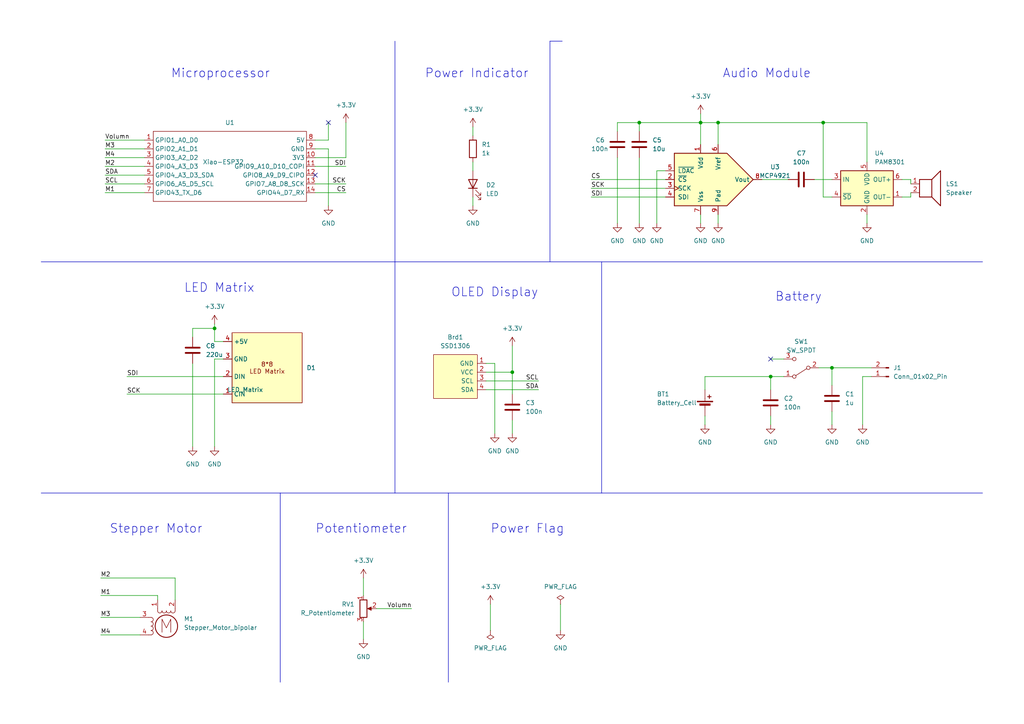
<source format=kicad_sch>
(kicad_sch (version 20230121) (generator eeschema)
  (paper "A4")
  (title_block (title "Display-device Demo") (date "2024-01-22") (rev "V2.0") (company "Wanling Yu"))
  (lib_symbols
    (symbol "Amplifier_Audio:PAM8301"
      (property "Reference" "U" (at 6.35 8.89 0))
      (property "Value" "PAM8301" (at 6.35 6.35 0))
      (symbol "PAM8301_0_1"
        (rectangle (start -7.62 5.08) (end 7.62 -5.08) (stroke (width 0.254)) (fill (type background)))
      )
      (symbol "PAM8301_1_1"
        (pin output line (at 10.16 -2.54 180) (length 2.54) (name "OUT-") (number "1"))
        (pin power_in line (at 0 -7.62 90) (length 2.54) (name "GND") (number "2"))
        (pin input line (at -10.16 2.54 0) (length 2.54) (name "IN") (number "3"))
        (pin input line (at -10.16 -2.54 0) (length 2.54) (name "~{SD}") (number "4"))
        (pin power_in line (at 0 7.62 270) (length 2.54) (name "VDD") (number "5"))
        (pin output line (at 10.16 2.54 180) (length 2.54) (name "OUT+") (number "6"))
      )
    )
    (symbol "Analog_DAC:MCP4921" (pin_names (offset 1.016))
      (property "Reference" "U3" (at 21.59 3.6479 0))
      (property "Value" "MCP4921" (at 21.59 1.1079 0))
      (symbol "MCP4921_0_0"
        (polyline (pts (xy 15.24 0) (xy 7.62 7.62) (xy -7.62 7.62) (xy -7.62 -7.62) (xy 7.62 -7.62) (xy 15.24 0)) (stroke (width 0.254)) (fill (type background)))
      )
      (symbol "MCP4921_1_1"
        (pin power_in line (at 0 10.16 270) (length 2.54) (name "Vdd") (number "1"))
        (pin input line (at -10.16 0 0) (length 2.54) (name "~{CS}") (number "2"))
        (pin input clock (at -10.16 -2.54 0) (length 2.54) (name "SCK") (number "3"))
        (pin input line (at -10.16 -5.08 0) (length 2.54) (name "SDI") (number "4"))
        (pin input line (at -10.16 2.54 0) (length 2.54) (name "~{LDAC}") (number "5"))
        (pin power_in line (at 5.08 10.16 270) (length 2.54) (name "Vref") (number "6"))
        (pin power_in line (at 0 -10.16 90) (length 2.54) (name "Vss") (number "7"))
        (pin output line (at 17.78 0 180) (length 2.54) (name "Vout") (number "8"))
        (pin power_in line (at 5.08 -10.16 90) (length 2.54) (name "Pad") (number "9"))
      )
    )
    (symbol "Connector:Conn_01x02_Pin" (pin_names (offset 1.016) hide)
      (property "Reference" "J" (at 0 2.54 0))
      (property "Value" "Conn_01x02_Pin" (at 0 -5.08 0))
      (symbol "Conn_01x02_Pin_1_1"
        (polyline (pts (xy 1.27 -2.54) (xy 0.8636 -2.54)) (stroke (width 0.1524)))
        (polyline (pts (xy 1.27 0) (xy 0.8636 0)) (stroke (width 0.1524)))
        (rectangle (start 0.8636 -2.413) (end 0 -2.667) (stroke (width 0.1524)) (fill (type outline)))
        (rectangle (start 0.8636 0.127) (end 0 -0.127) (stroke (width 0.1524)) (fill (type outline)))
        (pin passive line (at 5.08 0 180) (length 3.81) (name "Pin_1") (number "1"))
        (pin passive line (at 5.08 -2.54 180) (length 3.81) (name "Pin_2") (number "2"))
      )
    )
    (symbol "Device:Battery_Cell" (pin_numbers hide) (pin_names (offset 0) hide)
      (property "Reference" "BT" (at 2.54 2.54 0))
      (property "Value" "Battery_Cell" (at 2.54 0 0))
      (symbol "Battery_Cell_0_1"
        (rectangle (start -2.286 1.778) (end 2.286 1.524) (fill (type outline)))
        (rectangle (start -1.524 1.016) (end 1.524 0.508) (fill (type outline)))
        (polyline (pts (xy 0 0.762) (xy 0 0)))
        (polyline (pts (xy 0 1.778) (xy 0 2.54)))
        (polyline (pts (xy 0.762 3.048) (xy 1.778 3.048)) (stroke (width 0.254)))
        (polyline (pts (xy 1.27 3.556) (xy 1.27 2.54)) (stroke (width 0.254)))
      )
      (symbol "Battery_Cell_1_1"
        (pin passive line (at 0 5.08 270) (length 2.54) (name "+") (number "1"))
        (pin passive line (at 0 -2.54 90) (length 2.54) (name "-") (number "2"))
      )
    )
    (symbol "Device:C" (pin_numbers hide) (pin_names (offset 0.254))
      (property "Reference" "C" (at 0.635 2.54 0))
      (property "Value" "C" (at 0.635 -2.54 0))
      (symbol "C_0_1"
        (polyline (pts (xy -2.032 -0.762) (xy 2.032 -0.762)) (stroke (width 0.508)))
        (polyline (pts (xy -2.032 0.762) (xy 2.032 0.762)) (stroke (width 0.508)))
      )
      (symbol "C_1_1"
        (pin passive line (at 0 3.81 270) (length 2.794) (name "~") (number "1"))
        (pin passive line (at 0 -3.81 90) (length 2.794) (name "~") (number "2"))
      )
    )
    (symbol "Device:LED" (pin_numbers hide) (pin_names (offset 1.016) hide)
      (property "Reference" "D" (at 0 2.54 0))
      (property "Value" "LED" (at 0 -2.54 0))
      (symbol "LED_0_1"
        (polyline (pts (xy -1.27 -1.27) (xy -1.27 1.27)) (stroke (width 0.254)))
        (polyline (pts (xy -1.27 0) (xy 1.27 0)))
        (polyline (pts (xy 1.27 -1.27) (xy 1.27 1.27) (xy -1.27 0) (xy 1.27 -1.27)) (stroke (width 0.254)))
        (polyline (pts (xy -3.048 -0.762) (xy -4.572 -2.286) (xy -3.81 -2.286) (xy -4.572 -2.286) (xy -4.572 -1.524)))
        (polyline (pts (xy -1.778 -0.762) (xy -3.302 -2.286) (xy -2.54 -2.286) (xy -3.302 -2.286) (xy -3.302 -1.524)))
      )
      (symbol "LED_1_1"
        (pin passive line (at -3.81 0 0) (length 2.54) (name "K") (number "1"))
        (pin passive line (at 3.81 0 180) (length 2.54) (name "A") (number "2"))
      )
    )
    (symbol "Device:R" (pin_numbers hide) (pin_names (offset 0))
      (property "Reference" "R" (at 2.032 0 90))
      (property "Value" "R" (at 0 0 90))
      (symbol "R_0_1"
        (rectangle (start -1.016 -2.54) (end 1.016 2.54) (stroke (width 0.254)))
      )
      (symbol "R_1_1"
        (pin passive line (at 0 3.81 270) (length 1.27) (name "~") (number "1"))
        (pin passive line (at 0 -3.81 90) (length 1.27) (name "~") (number "2"))
      )
    )
    (symbol "Device:R_Potentiometer" (pin_names (offset 1.016) hide)
      (property "Reference" "RV" (at -4.445 0 90))
      (property "Value" "R_Potentiometer" (at -2.54 0 90))
      (symbol "R_Potentiometer_0_1"
        (polyline (pts (xy 2.54 0) (xy 1.524 0)))
        (polyline (pts (xy 1.143 0) (xy 2.286 0.508) (xy 2.286 -0.508) (xy 1.143 0)) (fill (type outline)))
        (rectangle (start 1.016 2.54) (end -1.016 -2.54) (stroke (width 0.254)))
      )
      (symbol "R_Potentiometer_1_1"
        (pin passive line (at 0 3.81 270) (length 1.27) (name "1") (number "1"))
        (pin passive line (at 3.81 0 180) (length 1.27) (name "2") (number "2"))
        (pin passive line (at 0 -3.81 90) (length 1.27) (name "3") (number "3"))
      )
    )
    (symbol "Device:Speaker" (pin_names (offset 0) hide)
      (property "Reference" "LS" (at 1.27 5.715 0))
      (property "Value" "Speaker" (at 1.27 3.81 0))
      (symbol "Speaker_0_0"
        (rectangle (start -2.54 1.27) (end 1.016 -3.81) (stroke (width 0.254)))
        (polyline (pts (xy 1.016 1.27) (xy 3.556 3.81) (xy 3.556 -6.35) (xy 1.016 -3.81)) (stroke (width 0.254)))
      )
      (symbol "Speaker_1_1"
        (pin input line (at -5.08 0 0) (length 2.54) (name "1") (number "1"))
        (pin input line (at -5.08 -2.54 0) (length 2.54) (name "2") (number "2"))
      )
    )
    (symbol "Dotstar8x8:DotStar"
      (property "Reference" "D1" (at -17.78 -6.35 0))
      (property "Value" "~" (at 0 0 0))
      (symbol "DotStar_0_1"
        (rectangle (start -16.51 3.81) (end 3.81 -16.51))
      )
      (symbol "DotStar_1_1"
        (rectangle (start -16.51 3.81) (end 3.81 -16.51) (fill (type background)))
        (text "8*8\nLED Matrix" (at -6.35 -6.35 0) (effects (font (size 1.27 1.27))))
        (pin input line (at 6.35 1.27 180) (length 2.54) (name "CIN") (number "1"))
        (pin input line (at 6.35 -3.81 180) (length 2.54) (name "DIN") (number "2"))
        (pin passive line (at 6.35 -8.89 180) (length 2.54) (name "GND") (number "3"))
        (pin power_in line (at 6.35 -13.97 180) (length 2.54) (name "+5V") (number "4"))
      )
    )
    (symbol "ESP32:XIAO_ESP32_SENSE"
      (property "Reference" "U" (at 0 0 0))
      (symbol "XIAO_ESP32_SENSE_0_1"
        (polyline (pts (xy -20.32 8.89) (xy -20.32 -11.43) (xy 24.13 -11.43) (xy 24.13 8.89) (xy -20.32 8.89)))
      )
      (symbol "XIAO_ESP32_SENSE_1_1"
        (pin bidirectional line (at -22.86 6.35 0) (length 2.54) (name "GPIO1_A0_D0") (number "1"))
        (pin bidirectional line (at 26.67 1.27 180) (length 2.54) (name "3V3") (number "10"))
        (pin bidirectional line (at 26.67 -1.27 180) (length 2.54) (name "GPIO9_A10_D10_COPI") (number "11"))
        (pin bidirectional line (at 26.67 -3.81 180) (length 2.54) (name "GPIO8_A9_D9_CIPO") (number "12"))
        (pin bidirectional line (at 26.67 -6.35 180) (length 2.54) (name "GPIO7_A8_D8_SCK") (number "13"))
        (pin bidirectional line (at 26.67 -8.89 180) (length 2.54) (name "GPIO44_D7_RX") (number "14"))
        (pin bidirectional line (at -22.86 3.81 0) (length 2.54) (name "GPIO2_A1_D1") (number "2"))
        (pin bidirectional line (at -22.86 1.27 0) (length 2.54) (name "GPIO3_A2_D2") (number "3"))
        (pin bidirectional line (at -22.86 -1.27 0) (length 2.54) (name "GPIO4_A3_D3") (number "4"))
        (pin bidirectional line (at -22.86 -3.81 0) (length 2.54) (name "GPIO4_A3_D3_SDA") (number "5"))
        (pin bidirectional line (at -22.86 -6.35 0) (length 2.54) (name "GPIO6_A5_D5_SCL") (number "6"))
        (pin bidirectional line (at -22.86 -8.89 0) (length 2.54) (name "GPIO43_TX_D6") (number "7"))
        (pin bidirectional line (at 26.67 6.35 180) (length 2.54) (name "5V") (number "8"))
        (pin bidirectional line (at 26.67 3.81 180) (length 2.54) (name "GND") (number "9"))
      )
    )
    (symbol "Motor:Stepper_Motor_bipolar" (pin_names (offset 0) hide)
      (property "Reference" "M" (at 3.81 2.54 0))
      (property "Value" "Stepper_Motor_bipolar" (at 3.81 1.27 0))
      (symbol "Stepper_Motor_bipolar_0_0"
        (polyline (pts (xy -1.27 -1.778) (xy -1.27 2.032) (xy 0 -0.508) (xy 1.27 2.032) (xy 1.27 -1.778)))
      )
      (symbol "Stepper_Motor_bipolar_0_1"
        (arc (start -4.445 -2.54) (mid -3.8127 -1.905) (end -4.445 -1.27))
        (arc (start -4.445 -1.27) (mid -3.8127 -0.635) (end -4.445 0))
        (arc (start -4.445 0) (mid -3.8127 0.635) (end -4.445 1.27))
        (arc (start -4.445 1.27) (mid -3.8127 1.905) (end -4.445 2.54))
        (arc (start -2.54 4.445) (mid -1.905 3.8127) (end -1.27 4.445))
        (arc (start -1.27 4.445) (mid -0.635 3.8127) (end 0 4.445))
        (polyline (pts (xy -5.08 -2.54) (xy -4.445 -2.54)))
        (polyline (pts (xy -5.08 2.54) (xy -4.445 2.54)))
        (polyline (pts (xy -2.54 5.08) (xy -2.54 4.445)))
        (polyline (pts (xy 2.54 5.08) (xy 2.54 4.445)))
        (circle (center 0 0) (radius 3.2512) (stroke (width 0.254)))
        (arc (start 0 4.445) (mid 0.635 3.8127) (end 1.27 4.445))
        (arc (start 1.27 4.445) (mid 1.905 3.8127) (end 2.54 4.445))
      )
      (symbol "Stepper_Motor_bipolar_1_1"
        (pin passive line (at -2.54 7.62 270) (length 2.54) (name "~") (number "1"))
        (pin passive line (at 2.54 7.62 270) (length 2.54) (name "-") (number "2"))
        (pin passive line (at -7.62 2.54 0) (length 2.54) (name "~") (number "3"))
        (pin passive line (at -7.62 -2.54 0) (length 2.54) (name "~") (number "4"))
      )
    )
    (symbol "Switch:SW_SPDT" (pin_names (offset 0) hide)
      (property "Reference" "SW" (at 0 4.318 0))
      (property "Value" "SW_SPDT" (at 0 -5.08 0))
      (symbol "SW_SPDT_0_0"
        (circle (center -2.032 0) (radius 0.508))
        (circle (center 2.032 -2.54) (radius 0.508))
      )
      (symbol "SW_SPDT_0_1"
        (polyline (pts (xy -1.524 0.254) (xy 1.651 2.286)))
        (circle (center 2.032 2.54) (radius 0.508))
      )
      (symbol "SW_SPDT_1_1"
        (pin passive line (at 5.08 2.54 180) (length 2.54) (name "A") (number "1"))
        (pin passive line (at -5.08 0 0) (length 2.54) (name "B") (number "2"))
        (pin passive line (at 5.08 -2.54 180) (length 2.54) (name "C") (number "3"))
      )
    )
    (symbol "power:+3.3V" (power) (pin_names (offset 0))
      (property "Value" "+3.3V" (at 0 3.556 0))
      (symbol "+3.3V_0_1"
        (polyline (pts (xy -0.762 1.27) (xy 0 2.54)))
        (polyline (pts (xy 0 0) (xy 0 2.54)))
        (polyline (pts (xy 0 2.54) (xy 0.762 1.27)))
      )
      (symbol "+3.3V_1_1"
        (pin power_in line (at 0 0 90) (length 0) hide (name "+3.3V") (number "1"))
      )
    )
    (symbol "power:GND" (power) (pin_names (offset 0))
      (property "Value" "GND" (at 0 -3.81 0))
      (symbol "GND_0_1"
        (polyline (pts (xy 0 0) (xy 0 -1.27) (xy 1.27 -1.27) (xy 0 -2.54) (xy -1.27 -1.27) (xy 0 -1.27)))
      )
      (symbol "GND_1_1"
        (pin power_in line (at 0 0 270) (length 0) hide (name "GND") (number "1"))
      )
    )
    (symbol "power:PWR_FLAG" (power) (pin_numbers hide) (pin_names (offset 0) hide)
      (property "Value" "PWR_FLAG" (at 0 3.81 0))
      (symbol "PWR_FLAG_0_0"
        (pin power_out line (at 0 0 90) (length 0) (name "pwr") (number "1"))
      )
      (symbol "PWR_FLAG_0_1"
        (polyline (pts (xy 0 0) (xy 0 1.27) (xy -1.016 1.905) (xy 0 2.54) (xy 1.016 1.905) (xy 0 1.27)))
      )
    )
    (symbol "ssd1306:SSD1306" (pin_names (offset 1.016))
      (property "Reference" "Brd" (at 0 -3.81 0))
      (property "Value" "SSD1306" (at 0 -1.27 0))
      (symbol "SSD1306_0_1"
        (rectangle (start -6.35 6.35) (end 6.35 -6.35) (fill (type background)))
      )
      (symbol "SSD1306_1_1"
        (pin input line (at -3.81 8.89 270) (length 2.54) (name "GND") (number "1"))
        (pin input line (at -1.27 8.89 270) (length 2.54) (name "VCC") (number "2"))
        (pin input line (at 1.27 8.89 270) (length 2.54) (name "SCL") (number "3"))
        (pin input line (at 3.81 8.89 270) (length 2.54) (name "SDA") (number "4"))
      )
    )
  )
  (junction (at 208.28 35.56))
  (junction (at 148.59 107.95))
  (junction (at 223.52 109.22))
  (junction (at 185.42 35.56))
  (junction (at 241.3 106.68))
  (junction (at 62.23 95.25))
  (junction (at 238.76 35.56))
  (junction (at 203.2 35.56))
  (no_connect (at 91.44 50.8))
  (no_connect (at 95.25 35.56))
  (no_connect (at 223.52 104.14))
  (wire (pts (xy 109.22 176.53) (xy 119.38 176.53)))
  (wire (pts (xy 208.28 35.56) (xy 203.2 35.56)))
  (wire (pts (xy 208.28 35.56) (xy 238.76 35.56)))
  (wire (pts (xy 227.33 109.22) (xy 223.52 109.22)))
  (polyline (pts (xy 11.938 75.946) (xy 284.988 75.946)))
  (wire (pts (xy 137.16 36.83) (xy 137.16 39.37)))
  (wire (pts (xy 220.98 52.07) (xy 228.6 52.07)))
  (wire (pts (xy 241.3 57.15) (xy 238.76 57.15)))
  (wire (pts (xy 190.5 64.77) (xy 190.5 49.53)))
  (wire (pts (xy 62.23 104.14) (xy 64.77 104.14)))
  (wire (pts (xy 148.59 121.92) (xy 148.59 125.73)))
  (wire (pts (xy 190.5 49.53) (xy 193.04 49.53)))
  (wire (pts (xy 55.88 105.41) (xy 55.88 129.54)))
  (wire (pts (xy 204.47 123.19) (xy 204.47 120.65)))
  (wire (pts (xy 30.48 43.18) (xy 41.91 43.18)))
  (wire (pts (xy 241.3 106.68) (xy 252.73 106.68)))
  (wire (pts (xy 238.76 35.56) (xy 251.46 35.56)))
  (wire (pts (xy 185.42 35.56) (xy 203.2 35.56)))
  (wire (pts (xy 30.48 53.34) (xy 41.91 53.34)))
  (wire (pts (xy 223.52 120.65) (xy 223.52 123.19)))
  (wire (pts (xy 171.45 54.61) (xy 193.04 54.61)))
  (wire (pts (xy 91.44 53.34) (xy 100.33 53.34)))
  (wire (pts (xy 36.83 109.22) (xy 64.77 109.22)))
  (wire (pts (xy 91.44 40.64) (xy 95.25 40.64)))
  (wire (pts (xy 36.83 114.3) (xy 64.77 114.3)))
  (polyline (pts (xy 11.938 143.002) (xy 284.988 143.002)))
  (wire (pts (xy 261.62 52.07) (xy 264.16 52.07)))
  (wire (pts (xy 238.76 57.15) (xy 238.76 35.56)))
  (wire (pts (xy 251.46 35.56) (xy 251.46 46.99)))
  (wire (pts (xy 62.23 104.14) (xy 62.23 129.54)))
  (wire (pts (xy 143.51 105.41) (xy 140.97 105.41)))
  (wire (pts (xy 137.16 46.99) (xy 137.16 49.53)))
  (wire (pts (xy 91.44 45.72) (xy 100.33 45.72)))
  (wire (pts (xy 250.19 109.22) (xy 250.19 123.19)))
  (wire (pts (xy 203.2 35.56) (xy 203.2 41.91)))
  (wire (pts (xy 148.59 114.3) (xy 148.59 107.95)))
  (wire (pts (xy 29.21 179.07) (xy 40.64 179.07)))
  (wire (pts (xy 50.8 167.64) (xy 50.8 173.99)))
  (wire (pts (xy 55.88 95.25) (xy 55.88 97.79)))
  (wire (pts (xy 204.47 109.22) (xy 204.47 113.03)))
  (wire (pts (xy 105.41 167.64) (xy 105.41 172.72)))
  (wire (pts (xy 91.44 43.18) (xy 95.25 43.18)))
  (wire (pts (xy 261.62 57.15) (xy 264.16 57.15)))
  (wire (pts (xy 95.25 43.18) (xy 95.25 59.69)))
  (wire (pts (xy 29.21 167.64) (xy 50.8 167.64)))
  (wire (pts (xy 171.45 52.07) (xy 193.04 52.07)))
  (wire (pts (xy 142.24 175.26) (xy 142.24 182.88)))
  (wire (pts (xy 143.51 125.73) (xy 143.51 105.41)))
  (wire (pts (xy 223.52 104.14) (xy 227.33 104.14)))
  (wire (pts (xy 148.59 107.95) (xy 140.97 107.95)))
  (wire (pts (xy 148.59 100.33) (xy 148.59 107.95)))
  (wire (pts (xy 140.97 113.03) (xy 156.21 113.03)))
  (wire (pts (xy 105.41 180.34) (xy 105.41 185.42)))
  (wire (pts (xy 171.45 57.15) (xy 193.04 57.15)))
  (wire (pts (xy 204.47 109.22) (xy 223.52 109.22)))
  (wire (pts (xy 91.44 48.26) (xy 100.33 48.26)))
  (wire (pts (xy 251.46 62.23) (xy 251.46 64.77)))
  (wire (pts (xy 62.23 99.06) (xy 62.23 95.25)))
  (wire (pts (xy 41.91 50.8) (xy 30.48 50.8)))
  (wire (pts (xy 250.19 109.22) (xy 252.73 109.22)))
  (polyline (pts (xy 163.068 11.938) (xy 159.512 11.938)))
  (wire (pts (xy 137.16 57.15) (xy 137.16 59.69)))
  (wire (pts (xy 30.48 55.88) (xy 41.91 55.88)))
  (wire (pts (xy 91.44 55.88) (xy 100.33 55.88)))
  (wire (pts (xy 100.33 45.72) (xy 100.33 35.56)))
  (wire (pts (xy 241.3 119.38) (xy 241.3 123.19)))
  (polyline (pts (xy 114.554 11.938) (xy 114.554 75.946)))
  (wire (pts (xy 203.2 62.23) (xy 203.2 64.77)))
  (wire (pts (xy 30.48 45.72) (xy 41.91 45.72)))
  (polyline (pts (xy 114.554 75.946) (xy 114.554 143.002)))
  (wire (pts (xy 45.72 172.72) (xy 45.72 173.99)))
  (polyline (pts (xy 159.512 11.938) (xy 159.512 75.946)))
  (wire (pts (xy 62.23 95.25) (xy 62.23 93.98)))
  (wire (pts (xy 208.28 35.56) (xy 208.28 41.91)))
  (wire (pts (xy 208.28 62.23) (xy 208.28 64.77)))
  (wire (pts (xy 179.07 38.1) (xy 179.07 35.56)))
  (wire (pts (xy 236.22 52.07) (xy 241.3 52.07)))
  (wire (pts (xy 264.16 52.07) (xy 264.16 53.34)))
  (wire (pts (xy 185.42 38.1) (xy 185.42 35.56)))
  (wire (pts (xy 237.49 106.68) (xy 241.3 106.68)))
  (wire (pts (xy 29.21 172.72) (xy 45.72 172.72)))
  (wire (pts (xy 29.21 184.15) (xy 40.64 184.15)))
  (wire (pts (xy 179.07 45.72) (xy 179.07 64.77)))
  (polyline (pts (xy 174.498 75.946) (xy 174.498 143.002)))
  (polyline (pts (xy 81.28 143.002) (xy 81.28 197.866)))
  (wire (pts (xy 30.48 40.64) (xy 41.91 40.64)))
  (wire (pts (xy 185.42 45.72) (xy 185.42 64.77)))
  (wire (pts (xy 95.25 40.64) (xy 95.25 35.56)))
  (wire (pts (xy 223.52 109.22) (xy 223.52 113.03)))
  (wire (pts (xy 162.56 175.26) (xy 162.56 182.88)))
  (wire (pts (xy 241.3 106.68) (xy 241.3 111.76)))
  (wire (pts (xy 140.97 110.49) (xy 156.21 110.49)))
  (polyline (pts (xy 130.048 143.002) (xy 130.048 197.866)))
  (wire (pts (xy 179.07 35.56) (xy 185.42 35.56)))
  (wire (pts (xy 203.2 33.02) (xy 203.2 35.56)))
  (wire (pts (xy 264.16 57.15) (xy 264.16 55.88)))
  (wire (pts (xy 64.77 99.06) (xy 62.23 99.06)))
  (wire (pts (xy 62.23 95.25) (xy 55.88 95.25)))
  (wire (pts (xy 30.48 48.26) (xy 41.91 48.26)))
  (text "Audio Module" (at 209.55 22.86 0) (effects (font (size 2.54 2.54)) (justify left bottom)))
  (text "Power Flag" (at 142.24 154.94 0) (effects (font (size 2.54 2.54)) (justify left bottom)))
  (text "Stepper Motor" (at 31.75 154.94 0) (effects (font (size 2.54 2.54)) (justify left bottom)))
  (text "Microprocessor" (at 49.53 22.86 0) (effects (font (size 2.54 2.54)) (justify left bottom)))
  (text "Power Indicator" (at 123.19 22.86 0) (effects (font (size 2.54 2.54)) (justify left bottom)))
  (text "Battery" (at 224.79 87.63 0) (effects (font (size 2.54 2.54)) (justify left bottom)))
  (text "OLED Display" (at 130.81 86.36 0) (effects (font (size 2.54 2.54)) (justify left bottom)))
  (text "Potentiometer" (at 91.44 154.94 0) (effects (font (size 2.54 2.54)) (justify left bottom)))
  (text "LED Matrix" (at 53.34 85.09 0) (effects (font (size 2.54 2.54)) (justify left bottom)))
  (label "SCL" (at 156.21 110.49 180))
  (label "SCK" (at 36.83 114.3 0))
  (label "SDI" (at 171.45 57.15 0))
  (label "M1" (at 29.21 172.72 0))
  (label "SDA" (at 156.21 113.03 180))
  (label "M3" (at 30.48 43.18 0))
  (label "M4" (at 29.21 184.15 0))
  (label "M2" (at 30.48 48.26 0))
  (label "Volumn" (at 30.48 40.64 0))
  (label "CS" (at 171.45 52.07 0))
  (label "SDI" (at 36.83 109.22 0))
  (label "SCK" (at 100.33 53.34 180))
  (label "M1" (at 30.48 55.88 0))
  (label "Volumn" (at 119.38 176.53 180))
  (label "M4" (at 30.48 45.72 0))
  (label "SCL" (at 30.48 53.34 0))
  (label "SDA" (at 30.48 50.8 0))
  (label "SDI" (at 100.33 48.26 180))
  (label "M3" (at 29.21 179.07 0))
  (label "M2" (at 29.21 167.64 0))
  (label "SCK" (at 171.45 54.61 0))
  (label "CS" (at 100.33 55.88 180))
  (symbol (lib_id "power:GND") (at 204.47 123.19 0) (unit 1)
    (property "Reference" "#PWR017" (effects hide))
    (property "Value" "GND" (at 204.47 128.27 0))
  )
  (symbol (lib_id "power:PWR_FLAG") (at 162.56 175.26 0) (unit 1)
    (property "Reference" "#FLG03" (effects hide))
    (property "Value" "PWR_FLAG" (at 162.56 170.18 0))
  )
  (symbol (lib_id "power:GND") (at 143.51 125.73 0) (unit 1)
    (property "Reference" "#PWR03" (effects hide))
    (property "Value" "GND" (at 143.51 130.81 0))
  )
  (symbol (lib_id "power:GND") (at 105.41 185.42 0) (unit 1)
    (property "Reference" "#PWR011" (effects hide))
    (property "Value" "GND" (at 105.41 190.5 0))
  )
  (symbol (lib_id "power:GND") (at 241.3 123.19 0) (unit 1)
    (property "Reference" "#PWR015" (effects hide))
    (property "Value" "GND" (at 241.3 128.27 0))
  )
  (symbol (lib_id "Device:LED") (at 137.16 53.34 90) (unit 1)
    (property "Reference" "D2" (at 140.97 53.6575 90) (effects (justify right)))
    (property "Value" "LED" (at 140.97 56.1975 90) (effects (justify right)))
    (property "Footprint" "LED_SMD:LED_0603_1608Metric_Pad1.05x0.95mm_HandSolder" (effects hide))
  )
  (symbol (lib_id "power:GND") (at 185.42 64.77 0) (unit 1)
    (property "Reference" "#PWR021" (effects hide))
    (property "Value" "GND" (at 185.42 69.85 0))
  )
  (symbol (lib_id "Connector:Conn_01x02_Pin") (at 257.81 109.22 180) (unit 1)
    (property "Reference" "J1" (at 259.08 106.68 0) (effects (justify right)))
    (property "Value" "Conn_01x02_Pin" (at 259.08 109.22 0) (effects (justify right)))
    (property "Footprint" "Connector_JST:JST_NV_B02P-NV_1x02_P5.00mm_Vertical" (effects hide))
  )
  (symbol (lib_id "power:GND") (at 162.56 182.88 0) (unit 1)
    (property "Reference" "#PWR027" (effects hide))
    (property "Value" "GND" (at 162.56 187.96 0))
  )
  (symbol (lib_id "power:GND") (at 62.23 129.54 0) (unit 1)
    (property "Reference" "#PWR023" (effects hide))
    (property "Value" "GND" (at 62.23 134.62 0))
  )
  (symbol (lib_id "Device:C") (at 241.3 115.57 0) (unit 1)
    (property "Reference" "C1" (at 245.11 114.3 0) (effects (justify left)))
    (property "Value" "1u" (at 245.11 116.84 0) (effects (justify left)))
    (property "Footprint" "Capacitor_SMD:C_0603_1608Metric_Pad1.08x0.95mm_HandSolder" (effects hide))
  )
  (symbol (lib_id "Device:C") (at 223.52 116.84 0) (unit 1)
    (property "Reference" "C2" (at 227.33 115.57 0) (effects (justify left)))
    (property "Value" "100n" (at 227.33 118.11 0) (effects (justify left)))
    (property "Footprint" "Capacitor_SMD:C_0603_1608Metric_Pad1.08x0.95mm_HandSolder" (effects hide))
  )
  (symbol (lib_id "ESP32:XIAO_ESP32_SENSE") (at 64.77 46.99 0) (unit 1)
    (property "Reference" "U1" (at 66.675 35.56 0))
    (property "Value" "Xiao-ESP32" (at 64.77 46.99 0))
    (property "Footprint" "Library:XIAO_ESP32_SENSE" (effects hide))
  )
  (symbol (lib_id "Device:R_Potentiometer") (at 105.41 176.53 0) (unit 1)
    (property "Reference" "RV1" (at 102.87 175.26 0) (effects (justify right)))
    (property "Value" "R_Potentiometer" (at 102.87 177.8 0) (effects (justify right)))
    (property "Footprint" "Potentiometer_THT:Potentiometer_Piher_PC-16_Single_Horizontal" (effects hide))
  )
  (symbol (lib_id "power:+3.3V") (at 62.23 93.98 0) (unit 1)
    (property "Reference" "#PWR07" (effects hide))
    (property "Value" "+3.3V" (at 62.23 88.9 0))
  )
  (symbol (lib_id "power:GND") (at 179.07 64.77 0) (unit 1)
    (property "Reference" "#PWR026" (effects hide))
    (property "Value" "GND" (at 179.07 69.85 0))
  )
  (symbol (lib_id "power:GND") (at 251.46 64.77 0) (unit 1)
    (property "Reference" "#PWR022" (effects hide))
    (property "Value" "GND" (at 251.46 69.85 0))
  )
  (symbol (lib_id "power:+3.3V") (at 100.33 35.56 0) (unit 1)
    (property "Reference" "#PWR01" (effects hide))
    (property "Value" "+3.3V" (at 100.33 30.48 0))
  )
  (symbol (lib_id "power:+3.3V") (at 148.59 100.33 0) (unit 1)
    (property "Reference" "#PWR02" (effects hide))
    (property "Value" "+3.3V" (at 148.59 95.25 0))
  )
  (symbol (lib_id "Device:C") (at 232.41 52.07 90) (unit 1)
    (property "Reference" "C7" (at 232.41 44.45 90))
    (property "Value" "100n" (at 232.41 46.99 90))
    (property "Footprint" "Capacitor_SMD:C_0603_1608Metric_Pad1.08x0.95mm_HandSolder" (effects hide))
  )
  (symbol (lib_id "power:GND") (at 208.28 64.77 0) (unit 1)
    (property "Reference" "#PWR04" (effects hide))
    (property "Value" "GND" (at 208.28 69.85 0))
  )
  (symbol (lib_id "power:GND") (at 203.2 64.77 0) (unit 1)
    (property "Reference" "#PWR019" (effects hide))
    (property "Value" "GND" (at 203.2 69.85 0))
  )
  (symbol (lib_id "Device:C") (at 185.42 41.91 0) (unit 1)
    (property "Reference" "C5" (at 189.23 40.64 0) (effects (justify left)))
    (property "Value" "10u" (at 189.23 43.18 0) (effects (justify left)))
    (property "Footprint" "Capacitor_Tantalum_SMD:CP_EIA-1608-08_AVX-J_Pad1.25x1.05mm_HandSolder" (effects hide))
  )
  (symbol (lib_id "Dotstar8x8:DotStar") (at 71.12 113.03 180) (unit 1)
    (property "Reference" "D1" (at 88.9 106.68 0) (effects (justify right)))
    (property "Value" "LED_Matrix" (at 71.12 113.03 0))
    (property "Footprint" "Connector_PinSocket_2.54mm:PinSocket_1x04_P2.54mm_Horizontal" (effects hide))
  )
  (symbol (lib_id "ssd1306:SSD1306") (at 132.08 109.22 270) (unit 1)
    (property "Reference" "Brd1" (at 132.08 97.79 90))
    (property "Value" "SSD1306" (at 132.08 100.33 90))
    (property "Footprint" "Library:128x64OLED" (effects hide))
  )
  (symbol (lib_id "power:+3.3V") (at 203.2 33.02 0) (unit 1)
    (property "Reference" "#PWR020" (effects hide))
    (property "Value" "+3.3V" (at 203.2 27.94 0))
  )
  (symbol (lib_id "power:+3.3V") (at 142.24 175.26 0) (unit 1)
    (property "Reference" "#PWR029" (effects hide))
    (property "Value" "+3.3V" (at 142.24 170.18 0))
  )
  (symbol (lib_id "Device:C") (at 179.07 41.91 0) (unit 1)
    (property "Reference" "C6" (at 172.72 40.64 0) (effects (justify left)))
    (property "Value" "100n" (at 171.45 43.18 0) (effects (justify left)))
    (property "Footprint" "Capacitor_SMD:C_0603_1608Metric_Pad1.08x0.95mm_HandSolder" (effects hide))
  )
  (symbol (lib_id "power:GND") (at 223.52 123.19 0) (unit 1)
    (property "Reference" "#PWR016" (effects hide))
    (property "Value" "GND" (at 223.52 128.27 0))
  )
  (symbol (lib_id "Device:Speaker") (at 269.24 53.34 0) (unit 1)
    (property "Reference" "LS1" (at 274.32 53.34 0) (effects (justify left)))
    (property "Value" "Speaker" (at 274.32 55.88 0) (effects (justify left)))
    (property "Footprint" "Connector_JST:JST_NV_B02P-NV_1x02_P5.00mm_Vertical" (effects hide))
  )
  (symbol (lib_id "power:GND") (at 250.19 123.19 0) (unit 1)
    (property "Reference" "#PWR014" (effects hide))
    (property "Value" "GND" (at 250.19 128.27 0))
  )
  (symbol (lib_id "power:GND") (at 190.5 64.77 0) (unit 1)
    (property "Reference" "#PWR018" (effects hide))
    (property "Value" "GND" (at 190.5 69.85 0))
  )
  (symbol (lib_id "power:GND") (at 148.59 125.73 0) (unit 1)
    (property "Reference" "#PWR05" (effects hide))
    (property "Value" "GND" (at 148.59 130.81 0))
  )
  (symbol (lib_id "Switch:SW_SPDT") (at 232.41 106.68 180) (unit 1)
    (property "Reference" "SW1" (at 232.41 99.06 0))
    (property "Value" "SW_SPDT" (at 232.41 101.6 0))
    (property "Footprint" "Connector_JST:JST_EH_B3B-EH-A_1x03_P2.50mm_Vertical" (effects hide))
  )
  (symbol (lib_id "Device:R") (at 137.16 43.18 0) (unit 1)
    (property "Reference" "R1" (at 139.7 41.91 0) (effects (justify left)))
    (property "Value" "1k" (at 139.7 44.45 0) (effects (justify left)))
    (property "Footprint" "Resistor_SMD:R_0603_1608Metric_Pad0.98x0.95mm_HandSolder" (effects hide))
  )
  (symbol (lib_id "Device:C") (at 55.88 101.6 0) (unit 1)
    (property "Reference" "C8" (at 59.69 100.33 0) (effects (justify left)))
    (property "Value" "220u" (at 59.69 102.87 0) (effects (justify left)))
    (property "Footprint" "Capacitor_THT:CP_Radial_D6.3mm_P2.50mm" (effects hide))
  )
  (symbol (lib_id "Device:Battery_Cell") (at 204.47 118.11 0) (unit 1)
    (property "Reference" "BT1" (at 190.5 114.3 0) (effects (justify left)))
    (property "Value" "Battery_Cell" (at 190.5 116.84 0) (effects (justify left)))
    (property "Footprint" "Connector_JST:JST_XA_B02B-XASK-1-A_1x02_P2.50mm_Vertical" (effects hide))
  )
  (symbol (lib_id "power:GND") (at 137.16 59.69 0) (unit 1)
    (property "Reference" "#PWR012" (effects hide))
    (property "Value" "GND" (at 137.16 64.77 0))
  )
  (symbol (lib_id "Device:C") (at 148.59 118.11 0) (unit 1)
    (property "Reference" "C3" (at 152.4 116.84 0) (effects (justify left)))
    (property "Value" "100n" (at 152.4 119.38 0) (effects (justify left)))
    (property "Footprint" "Capacitor_SMD:C_0603_1608Metric_Pad1.08x0.95mm_HandSolder" (effects hide))
  )
  (symbol (lib_id "power:GND") (at 95.25 59.69 0) (unit 1)
    (property "Reference" "#PWR06" (effects hide))
    (property "Value" "GND" (at 95.25 64.77 0))
  )
  (symbol (lib_id "power:+3.3V") (at 137.16 36.83 0) (unit 1)
    (property "Reference" "#PWR013" (effects hide))
    (property "Value" "+3.3V" (at 137.16 31.75 0))
  )
  (symbol (lib_id "power:+3.3V") (at 105.41 167.64 0) (unit 1)
    (property "Reference" "#PWR010" (effects hide))
    (property "Value" "+3.3V" (at 105.41 162.56 0))
  )
  (symbol (lib_id "Amplifier_Audio:PAM8301") (at 251.46 54.61 0) (unit 1)
    (property "Reference" "U4" (at 253.6541 44.45 0) (effects (justify left)))
    (property "Value" "PAM8301" (at 253.6541 46.99 0) (effects (justify left)))
    (property "Footprint" "Package_TO_SOT_SMD:SOT-23-6" (effects hide))
    (property "Datasheet" "https://www.diodes.com/assets/Datasheets/PAM8301.pdf" (effects hide))
  )
  (symbol (lib_id "power:GND") (at 55.88 129.54 0) (unit 1)
    (property "Reference" "#PWR025" (effects hide))
    (property "Value" "GND" (at 55.88 134.62 0))
  )
  (symbol (lib_id "Analog_DAC:MCP4921") (at 203.2 52.07 0) (unit 1)
    (property "Reference" "U3" (at 224.79 48.4221 0))
    (property "Value" "MCP4921" (at 224.79 50.9621 0))
    (property "Footprint" "Package_DFN_QFN:DFN-8-1EP_3x2mm_P0.5mm_EP1.3x1.5mm" (effects hide))
    (property "Datasheet" "http://ww1.microchip.com/downloads/en/DeviceDoc/22248a.pdf" (effects hide))
  )
  (symbol (lib_id "power:PWR_FLAG") (at 142.24 182.88 180) (unit 1)
    (property "Reference" "#FLG01" (effects hide))
    (property "Value" "PWR_FLAG" (at 142.24 187.96 0))
  )
  (symbol (lib_id "Motor:Stepper_Motor_bipolar") (at 48.26 181.61 0) (unit 1)
    (property "Reference" "M1" (at 53.34 179.4891 0) (effects (justify left)))
    (property "Value" "Stepper_Motor_bipolar" (at 53.34 182.0291 0) (effects (justify left)))
    (property "Footprint" "Library:X27_stepper_motor" (effects hide))
    (property "Datasheet" "http://www.infineon.com/dgdl/Application-Note-TLE8110EE_driving_UniPolarStepperMotor_V1.1.pdf?fileId=db3a30431be39b97011be5d0aa0a00b0" (effects hide))
  )
)
</source>
